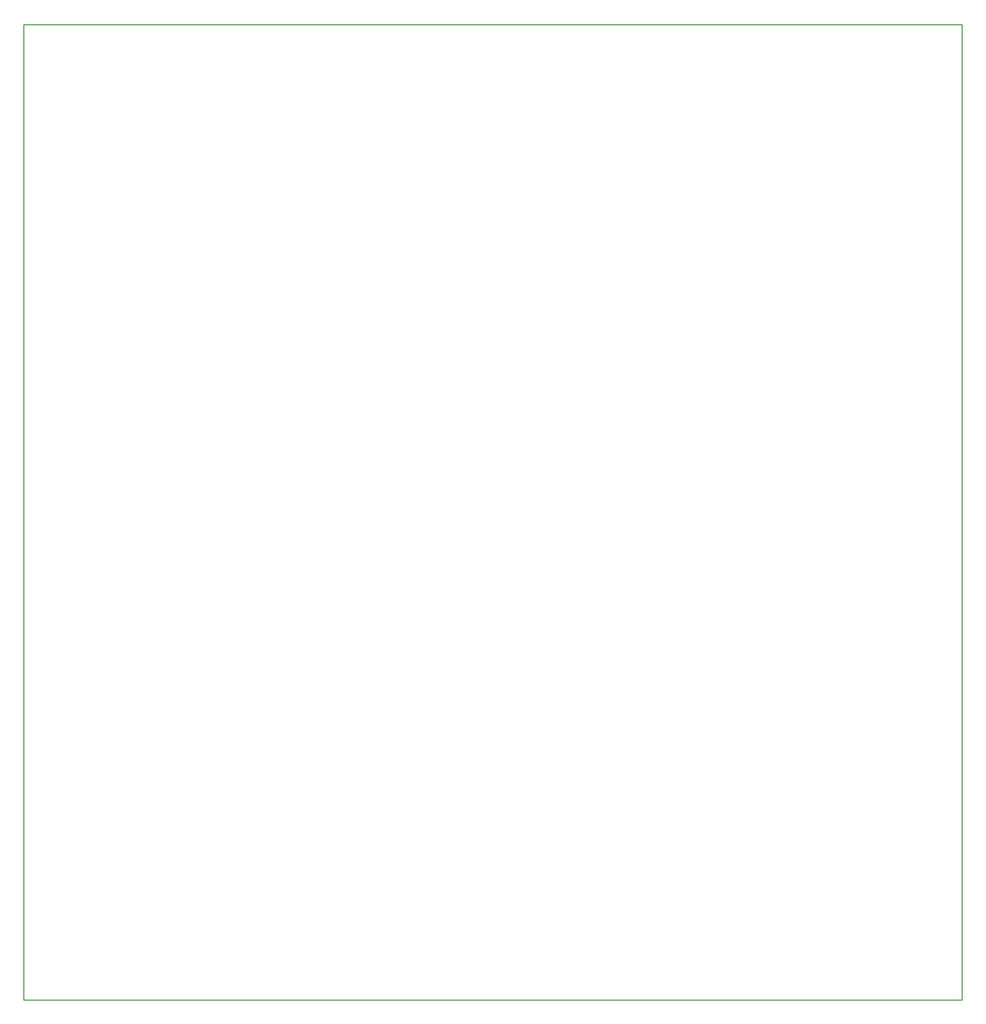
<source format=gbr>
G04 #@! TF.GenerationSoftware,KiCad,Pcbnew,(5.1.9)-1*
G04 #@! TF.CreationDate,2021-05-12T23:26:12-04:00*
G04 #@! TF.ProjectId,ESP32_Controller,45535033-325f-4436-9f6e-74726f6c6c65,v1.2*
G04 #@! TF.SameCoordinates,Original*
G04 #@! TF.FileFunction,Profile,NP*
%FSLAX46Y46*%
G04 Gerber Fmt 4.6, Leading zero omitted, Abs format (unit mm)*
G04 Created by KiCad (PCBNEW (5.1.9)-1) date 2021-05-12 23:26:12*
%MOMM*%
%LPD*%
G01*
G04 APERTURE LIST*
G04 #@! TA.AperFunction,Profile*
%ADD10C,0.050000*%
G04 #@! TD*
G04 APERTURE END LIST*
D10*
X115570000Y-133350000D02*
X115570000Y-45212000D01*
X200406000Y-133350000D02*
X115570000Y-133350000D01*
X200406000Y-45212000D02*
X200406000Y-133350000D01*
X115570000Y-45212000D02*
X200406000Y-45212000D01*
M02*

</source>
